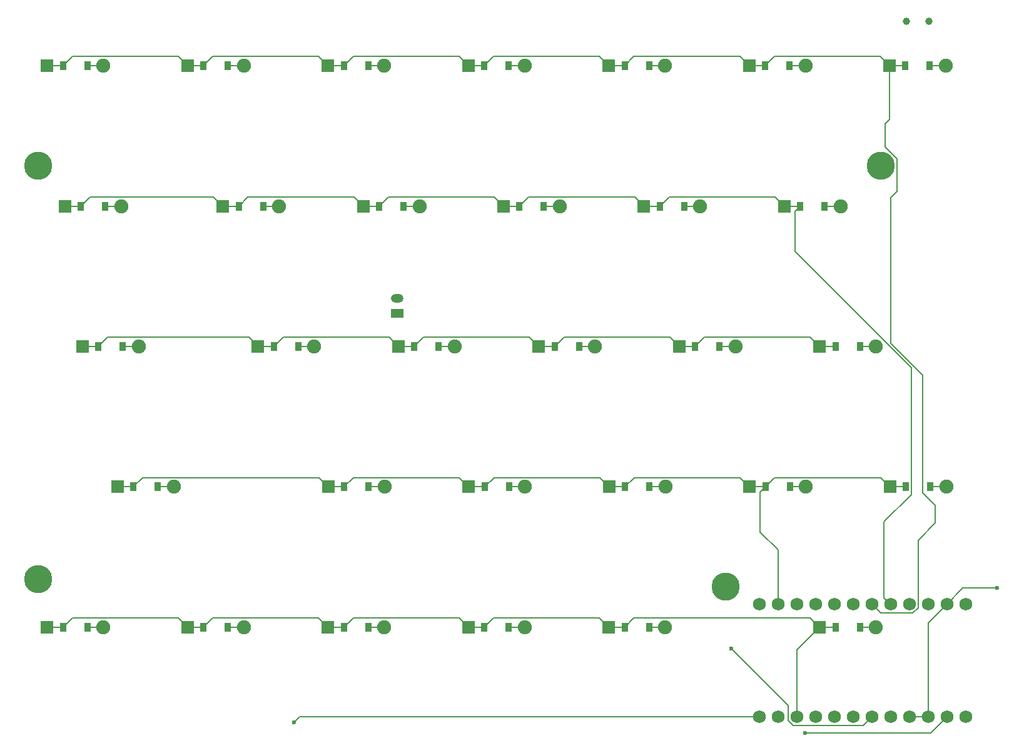
<source format=gbr>
%TF.GenerationSoftware,KiCad,Pcbnew,9.0.7*%
%TF.CreationDate,2026-01-20T23:15:53-08:00*%
%TF.ProjectId,left,6c656674-2e6b-4696-9361-645f70636258,v1.0.0*%
%TF.SameCoordinates,Original*%
%TF.FileFunction,Copper,L1,Top*%
%TF.FilePolarity,Positive*%
%FSLAX46Y46*%
G04 Gerber Fmt 4.6, Leading zero omitted, Abs format (unit mm)*
G04 Created by KiCad (PCBNEW 9.0.7) date 2026-01-20 23:15:53*
%MOMM*%
%LPD*%
G01*
G04 APERTURE LIST*
%TA.AperFunction,WasherPad*%
%ADD10C,1.000000*%
%TD*%
%TA.AperFunction,ComponentPad*%
%ADD11R,1.778000X1.778000*%
%TD*%
%TA.AperFunction,SMDPad,CuDef*%
%ADD12R,0.900000X1.200000*%
%TD*%
%TA.AperFunction,ComponentPad*%
%ADD13C,1.905000*%
%TD*%
%TA.AperFunction,ComponentPad*%
%ADD14C,3.800000*%
%TD*%
%TA.AperFunction,ComponentPad*%
%ADD15R,1.700000X1.200000*%
%TD*%
%TA.AperFunction,ComponentPad*%
%ADD16O,1.700000X1.200000*%
%TD*%
%TA.AperFunction,ComponentPad*%
%ADD17C,1.752600*%
%TD*%
%TA.AperFunction,ViaPad*%
%ADD18C,0.600000*%
%TD*%
%TA.AperFunction,Conductor*%
%ADD19C,0.200000*%
%TD*%
G04 APERTURE END LIST*
D10*
%TO.P,T1,*%
%TO.N,*%
X212500000Y-64500000D03*
X215500000Y-64500000D03*
%TD*%
D11*
%TO.P,D28,1*%
%TO.N,P115*%
X200715000Y-108500000D03*
D12*
X202875000Y-108500000D03*
%TO.P,D28,2*%
%TO.N,c6_home*%
X206175000Y-108500000D03*
D13*
X208335000Y-108500000D03*
%TD*%
D14*
%TO.P,H4,*%
%TO.N,*%
X188050000Y-141000000D03*
%TD*%
D15*
%TO.P,JST1,1*%
%TO.N,pos*%
X143525000Y-104000000D03*
D16*
%TO.P,JST1,2*%
%TO.N,GND*%
X143525000Y-102000000D03*
%TD*%
D11*
%TO.P,D15,1*%
%TO.N,P029*%
X134190000Y-70500000D03*
D12*
X136350000Y-70500000D03*
%TO.P,D15,2*%
%TO.N,c3_num*%
X139650000Y-70500000D03*
D13*
X141810000Y-70500000D03*
%TD*%
D11*
%TO.P,D24,1*%
%TO.N,P031*%
X176952500Y-89500000D03*
D12*
X179112500Y-89500000D03*
%TO.P,D24,2*%
%TO.N,c5_top*%
X182412500Y-89500000D03*
D13*
X184572500Y-89500000D03*
%TD*%
D11*
%TO.P,D27,1*%
%TO.N,P010*%
X210240000Y-127500000D03*
D12*
X212400000Y-127500000D03*
%TO.P,D27,2*%
%TO.N,c6_bottom*%
X215700000Y-127500000D03*
D13*
X217860000Y-127500000D03*
%TD*%
D11*
%TO.P,D29,1*%
%TO.N,P031*%
X195952500Y-89500000D03*
D12*
X198112500Y-89500000D03*
%TO.P,D29,2*%
%TO.N,c6_top*%
X201412500Y-89500000D03*
D13*
X203572500Y-89500000D03*
%TD*%
D11*
%TO.P,D13,1*%
%TO.N,P115*%
X143715000Y-108500000D03*
D12*
X145875000Y-108500000D03*
%TO.P,D13,2*%
%TO.N,c3_home*%
X149175000Y-108500000D03*
D13*
X151335000Y-108500000D03*
%TD*%
D11*
%TO.P,D23,1*%
%TO.N,P115*%
X181715000Y-108500000D03*
D12*
X183875000Y-108500000D03*
%TO.P,D23,2*%
%TO.N,c5_home*%
X187175000Y-108500000D03*
D13*
X189335000Y-108500000D03*
%TD*%
D11*
%TO.P,D14,1*%
%TO.N,P031*%
X138952500Y-89500000D03*
D12*
X141112500Y-89500000D03*
%TO.P,D14,2*%
%TO.N,c3_top*%
X144412500Y-89500000D03*
D13*
X146572500Y-89500000D03*
%TD*%
D14*
%TO.P,H3,*%
%TO.N,*%
X95000000Y-140000000D03*
%TD*%
D11*
%TO.P,D31,1*%
%TO.N,P029*%
X210190000Y-70500000D03*
D12*
X212350000Y-70500000D03*
%TO.P,D31,2*%
%TO.N,c7_num*%
X215650000Y-70500000D03*
D13*
X217810000Y-70500000D03*
%TD*%
D11*
%TO.P,D10,1*%
%TO.N,P029*%
X115190000Y-70500000D03*
D12*
X117350000Y-70500000D03*
%TO.P,D10,2*%
%TO.N,c2_num*%
X120650000Y-70500000D03*
D13*
X122810000Y-70500000D03*
%TD*%
D14*
%TO.P,H2,*%
%TO.N,*%
X209000000Y-84000000D03*
%TD*%
D11*
%TO.P,D30,1*%
%TO.N,P029*%
X191190000Y-70500000D03*
D12*
X193350000Y-70500000D03*
%TO.P,D30,2*%
%TO.N,c6_num*%
X196650000Y-70500000D03*
D13*
X198810000Y-70500000D03*
%TD*%
D11*
%TO.P,D22,1*%
%TO.N,P010*%
X191240000Y-127500000D03*
D12*
X193400000Y-127500000D03*
%TO.P,D22,2*%
%TO.N,c5_bottom*%
X196700000Y-127500000D03*
D13*
X198860000Y-127500000D03*
%TD*%
D11*
%TO.P,D3,1*%
%TO.N,P115*%
X100952500Y-108500000D03*
D12*
X103112500Y-108500000D03*
%TO.P,D3,2*%
%TO.N,c1_home*%
X106412500Y-108500000D03*
D13*
X108572500Y-108500000D03*
%TD*%
D11*
%TO.P,D5,1*%
%TO.N,P029*%
X96190000Y-70500000D03*
D12*
X98350000Y-70500000D03*
%TO.P,D5,2*%
%TO.N,c1_num*%
X101650000Y-70500000D03*
D13*
X103810000Y-70500000D03*
%TD*%
D11*
%TO.P,D2,1*%
%TO.N,P010*%
X105715000Y-127500000D03*
D12*
X107875000Y-127500000D03*
%TO.P,D2,2*%
%TO.N,c1_bottom*%
X111175000Y-127500000D03*
D13*
X113335000Y-127500000D03*
%TD*%
D11*
%TO.P,D17,1*%
%TO.N,P010*%
X172240000Y-127500000D03*
D12*
X174400000Y-127500000D03*
%TO.P,D17,2*%
%TO.N,c4_bottom*%
X177700000Y-127500000D03*
D13*
X179860000Y-127500000D03*
%TD*%
D11*
%TO.P,D11,1*%
%TO.N,P011*%
X134190000Y-146500000D03*
D12*
X136350000Y-146500000D03*
%TO.P,D11,2*%
%TO.N,c3_mod*%
X139650000Y-146500000D03*
D13*
X141810000Y-146500000D03*
%TD*%
D11*
%TO.P,D18,1*%
%TO.N,P115*%
X162715000Y-108500000D03*
D12*
X164875000Y-108500000D03*
%TO.P,D18,2*%
%TO.N,c4_home*%
X168175000Y-108500000D03*
D13*
X170335000Y-108500000D03*
%TD*%
D11*
%TO.P,D12,1*%
%TO.N,P010*%
X153240000Y-127500000D03*
D12*
X155400000Y-127500000D03*
%TO.P,D12,2*%
%TO.N,c3_bottom*%
X158700000Y-127500000D03*
D13*
X160860000Y-127500000D03*
%TD*%
D11*
%TO.P,D20,1*%
%TO.N,P029*%
X153190000Y-70500000D03*
D12*
X155350000Y-70500000D03*
%TO.P,D20,2*%
%TO.N,c4_num*%
X158650000Y-70500000D03*
D13*
X160810000Y-70500000D03*
%TD*%
D11*
%TO.P,D16,1*%
%TO.N,P011*%
X153190000Y-146500000D03*
D12*
X155350000Y-146500000D03*
%TO.P,D16,2*%
%TO.N,c4_mod*%
X158650000Y-146500000D03*
D13*
X160810000Y-146500000D03*
%TD*%
D11*
%TO.P,D21,1*%
%TO.N,P011*%
X172190000Y-146500000D03*
D12*
X174350000Y-146500000D03*
%TO.P,D21,2*%
%TO.N,c5_mod*%
X177650000Y-146500000D03*
D13*
X179810000Y-146500000D03*
%TD*%
D11*
%TO.P,D8,1*%
%TO.N,P115*%
X124715000Y-108500000D03*
D12*
X126875000Y-108500000D03*
%TO.P,D8,2*%
%TO.N,c2_home*%
X130175000Y-108500000D03*
D13*
X132335000Y-108500000D03*
%TD*%
D11*
%TO.P,D26,1*%
%TO.N,P011*%
X200715000Y-146500000D03*
D12*
X202875000Y-146500000D03*
%TO.P,D26,2*%
%TO.N,c6_mod*%
X206175000Y-146500000D03*
D13*
X208335000Y-146500000D03*
%TD*%
D11*
%TO.P,D7,1*%
%TO.N,P010*%
X134240000Y-127500000D03*
D12*
X136400000Y-127500000D03*
%TO.P,D7,2*%
%TO.N,c2_bottom*%
X139700000Y-127500000D03*
D13*
X141860000Y-127500000D03*
%TD*%
D11*
%TO.P,D6,1*%
%TO.N,P011*%
X115190000Y-146500000D03*
D12*
X117350000Y-146500000D03*
%TO.P,D6,2*%
%TO.N,c2_mod*%
X120650000Y-146500000D03*
D13*
X122810000Y-146500000D03*
%TD*%
D11*
%TO.P,D19,1*%
%TO.N,P031*%
X157952500Y-89500000D03*
D12*
X160112500Y-89500000D03*
%TO.P,D19,2*%
%TO.N,c4_top*%
X163412500Y-89500000D03*
D13*
X165572500Y-89500000D03*
%TD*%
D11*
%TO.P,D9,1*%
%TO.N,P031*%
X119952500Y-89500000D03*
D12*
X122112500Y-89500000D03*
%TO.P,D9,2*%
%TO.N,c2_top*%
X125412500Y-89500000D03*
D13*
X127572500Y-89500000D03*
%TD*%
D11*
%TO.P,D1,1*%
%TO.N,P011*%
X96190000Y-146500000D03*
D12*
X98350000Y-146500000D03*
%TO.P,D1,2*%
%TO.N,c1_mod*%
X101650000Y-146500000D03*
D13*
X103810000Y-146500000D03*
%TD*%
D11*
%TO.P,D4,1*%
%TO.N,P031*%
X98571250Y-89500000D03*
D12*
X100731250Y-89500000D03*
%TO.P,D4,2*%
%TO.N,c1_top*%
X104031250Y-89500000D03*
D13*
X106191250Y-89500000D03*
%TD*%
D14*
%TO.P,H1,*%
%TO.N,*%
X95000000Y-84000000D03*
%TD*%
D11*
%TO.P,D25,1*%
%TO.N,P029*%
X172190000Y-70500000D03*
D12*
X174350000Y-70500000D03*
%TO.P,D25,2*%
%TO.N,c5_num*%
X177650000Y-70500000D03*
D13*
X179810000Y-70500000D03*
%TD*%
D17*
%TO.P,MCU1,1*%
%TO.N,P006*%
X220495000Y-158620000D03*
%TO.P,MCU1,2*%
%TO.N,P008*%
X217955000Y-158620000D03*
%TO.P,MCU1,3*%
%TO.N,GND*%
X215415000Y-158620000D03*
%TO.P,MCU1,4*%
X212875000Y-158620000D03*
%TO.P,MCU1,5*%
%TO.N,P017*%
X210335000Y-158620000D03*
%TO.P,MCU1,6*%
%TO.N,P020*%
X207795000Y-158620000D03*
%TO.P,MCU1,7*%
%TO.N,P022*%
X205255000Y-158620000D03*
%TO.P,MCU1,8*%
%TO.N,P024*%
X202715000Y-158620000D03*
%TO.P,MCU1,9*%
%TO.N,P100*%
X200175000Y-158620000D03*
%TO.P,MCU1,10*%
%TO.N,P011*%
X197635000Y-158620000D03*
%TO.P,MCU1,11*%
%TO.N,P104*%
X195095000Y-158620000D03*
%TO.P,MCU1,12*%
%TO.N,P106*%
X192555000Y-158620000D03*
%TO.P,MCU1,13*%
%TO.N,P009*%
X192555000Y-143380000D03*
%TO.P,MCU1,14*%
%TO.N,P010*%
X195095000Y-143380000D03*
%TO.P,MCU1,15*%
%TO.N,P111*%
X197635000Y-143380000D03*
%TO.P,MCU1,16*%
%TO.N,P113*%
X200175000Y-143380000D03*
%TO.P,MCU1,17*%
%TO.N,P115*%
X202715000Y-143380000D03*
%TO.P,MCU1,18*%
%TO.N,P002*%
X205255000Y-143380000D03*
%TO.P,MCU1,19*%
%TO.N,P029*%
X207795000Y-143380000D03*
%TO.P,MCU1,20*%
%TO.N,P031*%
X210335000Y-143380000D03*
%TO.P,MCU1,21*%
%TO.N,VCC*%
X212875000Y-143380000D03*
%TO.P,MCU1,22*%
%TO.N,RST*%
X215415000Y-143380000D03*
%TO.P,MCU1,23*%
%TO.N,GND*%
X217955000Y-143380000D03*
%TO.P,MCU1,24*%
%TO.N,RAW*%
X220495000Y-143380000D03*
%TD*%
D18*
%TO.N,P106*%
X129600000Y-159400000D03*
%TO.N,P008*%
X198800000Y-160800000D03*
%TO.N,P020*%
X188800000Y-149400000D03*
%TO.N,GND*%
X224800000Y-141200000D03*
%TD*%
D19*
%TO.N,P106*%
X130380000Y-158620000D02*
X192555000Y-158620000D01*
X129600000Y-159400000D02*
X130380000Y-158620000D01*
%TO.N,c1_mod*%
X103810000Y-146500000D02*
X101650000Y-146500000D01*
%TO.N,c1_bottom*%
X113335000Y-127500000D02*
X111175000Y-127500000D01*
%TO.N,c1_home*%
X106412500Y-108500000D02*
X108572500Y-108500000D01*
%TO.N,c1_top*%
X104031250Y-89500000D02*
X106191250Y-89500000D01*
%TO.N,c1_num*%
X103810000Y-70500000D02*
X101650000Y-70500000D01*
%TO.N,P008*%
X198800000Y-160800000D02*
X215775000Y-160800000D01*
X215775000Y-160800000D02*
X217955000Y-158620000D01*
%TO.N,c2_mod*%
X120650000Y-146500000D02*
X122810000Y-146500000D01*
%TO.N,c2_bottom*%
X139700000Y-127500000D02*
X141860000Y-127500000D01*
%TO.N,c2_home*%
X130175000Y-108500000D02*
X132335000Y-108500000D01*
%TO.N,c2_top*%
X125412500Y-89500000D02*
X127572500Y-89500000D01*
%TO.N,c2_num*%
X122810000Y-70500000D02*
X120650000Y-70500000D01*
%TO.N,c3_mod*%
X141810000Y-146500000D02*
X139650000Y-146500000D01*
%TO.N,c3_bottom*%
X160860000Y-127500000D02*
X158700000Y-127500000D01*
%TO.N,c3_home*%
X149175000Y-108500000D02*
X151335000Y-108500000D01*
%TO.N,c3_top*%
X144412500Y-89500000D02*
X146572500Y-89500000D01*
%TO.N,c3_num*%
X141810000Y-70500000D02*
X139650000Y-70500000D01*
%TO.N,P020*%
X196457700Y-157057700D02*
X196457700Y-159107654D01*
X197147346Y-159797300D02*
X206617700Y-159797300D01*
X206617700Y-159797300D02*
X207795000Y-158620000D01*
X196457700Y-159107654D02*
X197147346Y-159797300D01*
X188800000Y-149400000D02*
X196457700Y-157057700D01*
%TO.N,c4_mod*%
X158650000Y-146500000D02*
X160810000Y-146500000D01*
%TO.N,c4_bottom*%
X177700000Y-127500000D02*
X179860000Y-127500000D01*
%TO.N,c4_home*%
X170335000Y-108500000D02*
X168175000Y-108500000D01*
%TO.N,c4_top*%
X165572500Y-89500000D02*
X163412500Y-89500000D01*
%TO.N,c4_num*%
X158650000Y-70500000D02*
X160810000Y-70500000D01*
%TO.N,c5_mod*%
X179810000Y-146500000D02*
X177650000Y-146500000D01*
%TO.N,c5_bottom*%
X198860000Y-127500000D02*
X196700000Y-127500000D01*
%TO.N,c5_home*%
X187175000Y-108500000D02*
X189335000Y-108500000D01*
%TO.N,c5_top*%
X184572500Y-89500000D02*
X182412500Y-89500000D01*
%TO.N,c5_num*%
X177650000Y-70500000D02*
X179810000Y-70500000D01*
%TO.N,c6_mod*%
X206175000Y-146500000D02*
X208335000Y-146500000D01*
%TO.N,c6_bottom*%
X217860000Y-127500000D02*
X215700000Y-127500000D01*
%TO.N,c6_home*%
X206175000Y-108500000D02*
X208335000Y-108500000D01*
%TO.N,c6_top*%
X203572500Y-89500000D02*
X201412500Y-89500000D01*
%TO.N,c6_num*%
X196650000Y-70500000D02*
X198810000Y-70500000D01*
%TO.N,c7_num*%
X215650000Y-70500000D02*
X217810000Y-70500000D01*
%TO.N,GND*%
X215415000Y-158620000D02*
X215415000Y-145920000D01*
X215415000Y-145920000D02*
X217955000Y-143380000D01*
X220135000Y-141200000D02*
X217955000Y-143380000D01*
X212875000Y-158620000D02*
X215415000Y-158620000D01*
X224800000Y-141200000D02*
X220135000Y-141200000D01*
%TO.N,P031*%
X179112500Y-89500000D02*
X176952500Y-89500000D01*
X180366000Y-88246500D02*
X179112500Y-89500000D01*
X101984750Y-88246500D02*
X100731250Y-89500000D01*
X194699000Y-88246500D02*
X180366000Y-88246500D01*
X209458700Y-142503700D02*
X210335000Y-143380000D01*
X119952500Y-89500000D02*
X122112500Y-89500000D01*
X157952500Y-89500000D02*
X156699000Y-88246500D01*
X198112500Y-89500000D02*
X195952500Y-89500000D01*
X142366000Y-88246500D02*
X141112500Y-89500000D01*
X175699000Y-88246500D02*
X161366000Y-88246500D01*
X123366000Y-88246500D02*
X122112500Y-89500000D01*
X176952500Y-89500000D02*
X175699000Y-88246500D01*
X137699000Y-88246500D02*
X123366000Y-88246500D01*
X161366000Y-88246500D02*
X160112500Y-89500000D01*
X138952500Y-89500000D02*
X141112500Y-89500000D01*
X213151000Y-111390791D02*
X213151000Y-128518743D01*
X209458700Y-132211043D02*
X209458700Y-142503700D01*
X118699000Y-88246500D02*
X101984750Y-88246500D01*
X197417600Y-95657391D02*
X213151000Y-111390791D01*
X213151000Y-128518743D02*
X209458700Y-132211043D01*
X160112500Y-89500000D02*
X157952500Y-89500000D01*
X197417600Y-90194900D02*
X197417600Y-95657391D01*
X195952500Y-89500000D02*
X194699000Y-88246500D01*
X198112500Y-89500000D02*
X197417600Y-90194900D01*
X98571250Y-89500000D02*
X100731250Y-89500000D01*
X119952500Y-89500000D02*
X118699000Y-88246500D01*
X138952500Y-89500000D02*
X137699000Y-88246500D01*
X156699000Y-88246500D02*
X142366000Y-88246500D01*
%TO.N,P029*%
X189936500Y-69246500D02*
X191190000Y-70500000D01*
X151936500Y-69246500D02*
X153190000Y-70500000D01*
X137603500Y-69246500D02*
X151936500Y-69246500D01*
X194603500Y-69246500D02*
X208936500Y-69246500D01*
X210363655Y-88361237D02*
X210363655Y-108036346D01*
X156603500Y-69246500D02*
X170936500Y-69246500D01*
X216394900Y-132387391D02*
X214052300Y-134729991D01*
X211201000Y-83088315D02*
X211201000Y-87523892D01*
X209609000Y-81496315D02*
X211201000Y-83088315D01*
X113936500Y-69246500D02*
X115190000Y-70500000D01*
X210190000Y-70500000D02*
X212350000Y-70500000D01*
X136350000Y-70500000D02*
X137603500Y-69246500D01*
X210190000Y-77732291D02*
X209609000Y-78313291D01*
X214052300Y-134729991D02*
X214052300Y-143867654D01*
X209609000Y-78313291D02*
X209609000Y-81496315D01*
X211201000Y-87523892D02*
X210363655Y-88361237D01*
X136350000Y-70500000D02*
X134190000Y-70500000D01*
X132936500Y-69246500D02*
X134190000Y-70500000D01*
X191190000Y-70500000D02*
X193350000Y-70500000D01*
X214052300Y-143867654D02*
X213362654Y-144557300D01*
X210190000Y-70500000D02*
X210190000Y-77732291D01*
X155350000Y-70500000D02*
X156603500Y-69246500D01*
X208936500Y-69246500D02*
X210190000Y-70500000D01*
X170936500Y-69246500D02*
X172190000Y-70500000D01*
X153190000Y-70500000D02*
X155350000Y-70500000D01*
X213362654Y-144557300D02*
X208972300Y-144557300D01*
X117350000Y-70500000D02*
X115190000Y-70500000D01*
X208972300Y-144557300D02*
X207795000Y-143380000D01*
X210363655Y-108036346D02*
X214683095Y-112355786D01*
X117350000Y-70500000D02*
X118603500Y-69246500D01*
X193350000Y-70500000D02*
X194603500Y-69246500D01*
X99603500Y-69246500D02*
X113936500Y-69246500D01*
X172190000Y-70500000D02*
X174350000Y-70500000D01*
X214683095Y-128316906D02*
X216394900Y-130028711D01*
X216394900Y-130028711D02*
X216394900Y-132387391D01*
X214683095Y-112355786D02*
X214683095Y-128316906D01*
X98350000Y-70500000D02*
X99603500Y-69246500D01*
X98350000Y-70500000D02*
X96190000Y-70500000D01*
X174350000Y-70500000D02*
X175603500Y-69246500D01*
X175603500Y-69246500D02*
X189936500Y-69246500D01*
X118603500Y-69246500D02*
X132936500Y-69246500D01*
%TO.N,P115*%
X200715000Y-108500000D02*
X202875000Y-108500000D01*
X123461500Y-107246500D02*
X124715000Y-108500000D01*
X147128500Y-107246500D02*
X161461500Y-107246500D01*
X142461500Y-107246500D02*
X143715000Y-108500000D01*
X181715000Y-108500000D02*
X183875000Y-108500000D01*
X100952500Y-108500000D02*
X103112500Y-108500000D01*
X145875000Y-108500000D02*
X147128500Y-107246500D01*
X199461500Y-107246500D02*
X200715000Y-108500000D01*
X166128500Y-107246500D02*
X180461500Y-107246500D01*
X126875000Y-108500000D02*
X128128500Y-107246500D01*
X143715000Y-108500000D02*
X145875000Y-108500000D01*
X183875000Y-108500000D02*
X185128500Y-107246500D01*
X128128500Y-107246500D02*
X142461500Y-107246500D01*
X164875000Y-108500000D02*
X162715000Y-108500000D01*
X124715000Y-108500000D02*
X126875000Y-108500000D01*
X103112500Y-108500000D02*
X104366000Y-107246500D01*
X161461500Y-107246500D02*
X162715000Y-108500000D01*
X180461500Y-107246500D02*
X181715000Y-108500000D01*
X104366000Y-107246500D02*
X123461500Y-107246500D01*
X164875000Y-108500000D02*
X166128500Y-107246500D01*
X185128500Y-107246500D02*
X199461500Y-107246500D01*
%TO.N,P010*%
X170986500Y-126246500D02*
X156653500Y-126246500D01*
X137653500Y-126246500D02*
X151986500Y-126246500D01*
X210240000Y-127500000D02*
X208986500Y-126246500D01*
X191240000Y-127500000D02*
X189986500Y-126246500D01*
X134240000Y-127500000D02*
X136400000Y-127500000D01*
X195095000Y-136047291D02*
X195095000Y-143380000D01*
X155400000Y-127500000D02*
X153240000Y-127500000D01*
X192705100Y-128194900D02*
X192705100Y-133657391D01*
X208986500Y-126246500D02*
X194653500Y-126246500D01*
X172240000Y-127500000D02*
X174400000Y-127500000D01*
X193400000Y-127500000D02*
X192705100Y-128194900D01*
X175653500Y-126246500D02*
X174400000Y-127500000D01*
X132986500Y-126246500D02*
X134240000Y-127500000D01*
X107875000Y-127500000D02*
X105715000Y-127500000D01*
X172240000Y-127500000D02*
X170986500Y-126246500D01*
X151986500Y-126246500D02*
X153240000Y-127500000D01*
X109128500Y-126246500D02*
X132986500Y-126246500D01*
X192705100Y-133657391D02*
X195095000Y-136047291D01*
X194653500Y-126246500D02*
X193400000Y-127500000D01*
X136400000Y-127500000D02*
X137653500Y-126246500D01*
X193400000Y-127500000D02*
X191240000Y-127500000D01*
X189986500Y-126246500D02*
X175653500Y-126246500D01*
X107875000Y-127500000D02*
X109128500Y-126246500D01*
X156653500Y-126246500D02*
X155400000Y-127500000D01*
X212400000Y-127500000D02*
X210240000Y-127500000D01*
%TO.N,P011*%
X98350000Y-146500000D02*
X99603500Y-145246500D01*
X155350000Y-146500000D02*
X156603500Y-145246500D01*
X151936500Y-145246500D02*
X153190000Y-146500000D01*
X200715000Y-146500000D02*
X202875000Y-146500000D01*
X99603500Y-145246500D02*
X113936500Y-145246500D01*
X156603500Y-145246500D02*
X170936500Y-145246500D01*
X132936500Y-145246500D02*
X134190000Y-146500000D01*
X199461500Y-145246500D02*
X200715000Y-146500000D01*
X117350000Y-146500000D02*
X118603500Y-145246500D01*
X137603500Y-145246500D02*
X151936500Y-145246500D01*
X98350000Y-146500000D02*
X96190000Y-146500000D01*
X174350000Y-146500000D02*
X172190000Y-146500000D01*
X136350000Y-146500000D02*
X134190000Y-146500000D01*
X136350000Y-146500000D02*
X137603500Y-145246500D01*
X197635000Y-158620000D02*
X197635000Y-149580000D01*
X153190000Y-146500000D02*
X155350000Y-146500000D01*
X113936500Y-145246500D02*
X115190000Y-146500000D01*
X175603500Y-145246500D02*
X199461500Y-145246500D01*
X118603500Y-145246500D02*
X132936500Y-145246500D01*
X115190000Y-146500000D02*
X117350000Y-146500000D01*
X197635000Y-149580000D02*
X200715000Y-146500000D01*
X170936500Y-145246500D02*
X172190000Y-146500000D01*
X174350000Y-146500000D02*
X175603500Y-145246500D01*
%TD*%
M02*

</source>
